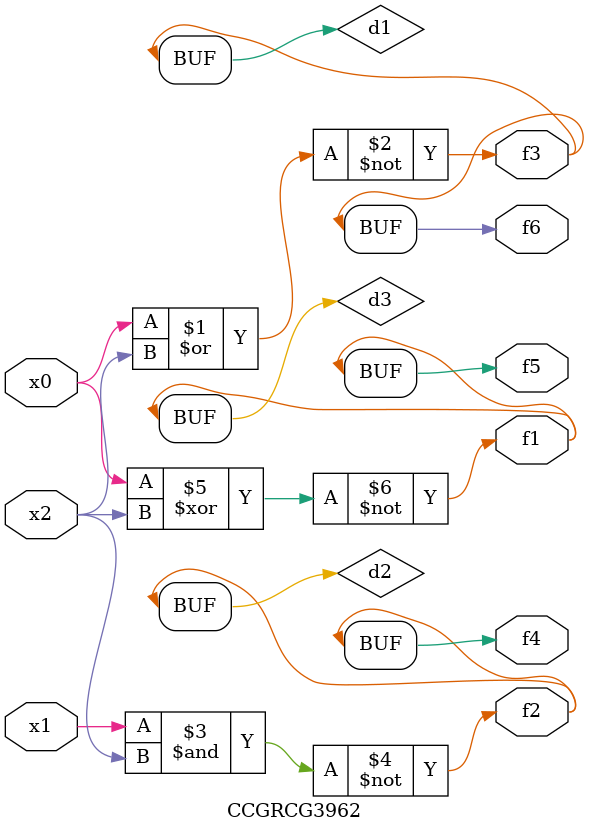
<source format=v>
module CCGRCG3962(
	input x0, x1, x2,
	output f1, f2, f3, f4, f5, f6
);

	wire d1, d2, d3;

	nor (d1, x0, x2);
	nand (d2, x1, x2);
	xnor (d3, x0, x2);
	assign f1 = d3;
	assign f2 = d2;
	assign f3 = d1;
	assign f4 = d2;
	assign f5 = d3;
	assign f6 = d1;
endmodule

</source>
